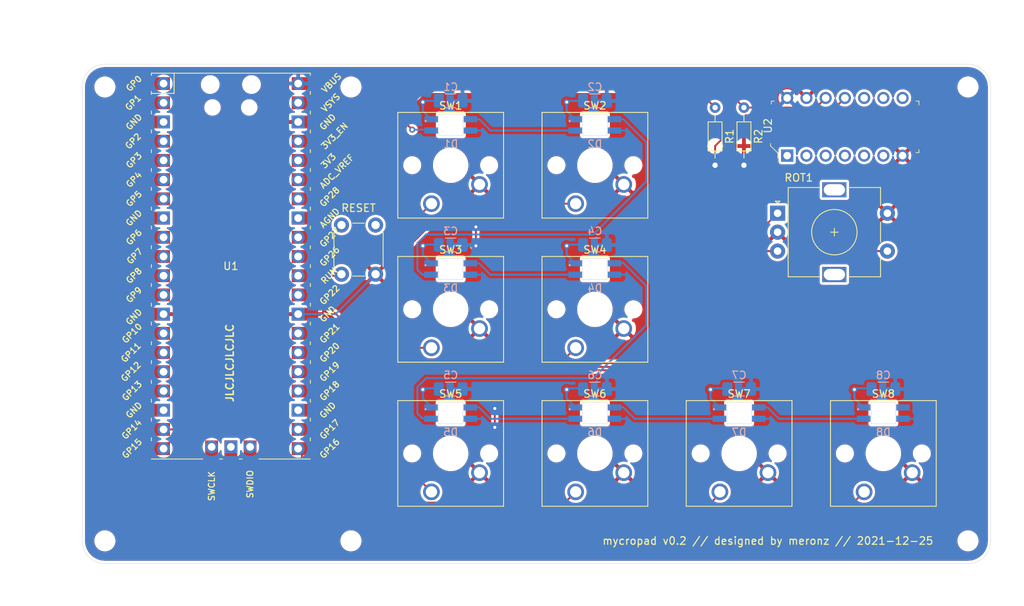
<source format=kicad_pcb>
(kicad_pcb (version 20171130) (host pcbnew 5.1.10-8.fc34)
  (title_block (title "Mycropad Board") (date 2021-11-11) (rev v0.2) (company meronz))
  (layers (0 F.Cu signal) (31 B.Cu signal) (34 B.Paste user) (35 F.Paste user) (36 B.SilkS user) (37 F.SilkS user) (38 B.Mask user) (39 F.Mask user) (44 Edge.Cuts user))
  (net 0 "")
  (net 1 "Net-(D1-Pad4)")
  (net 2 +5V)
  (net 3 NEOPIX_5v)
  (net 4 GND)
  (net 5 "Net-(U1-Pad43)")
  (net 6 "Net-(U1-Pad41)")
  (net 7 "Net-(U1-Pad39)")
  (net 8 "Net-(U1-Pad37)")
  (net 9 "Net-(U1-Pad36)")
  (net 10 "Net-(U1-Pad35)")
  (net 11 "Net-(U1-Pad33)")
  (net 12 "Net-(U1-Pad17)")
  (net 13 "Net-(U1-Pad16)")
  (net 14 "Net-(U1-Pad1)")
  (net 15 GPIO28)
  (net 16 "Net-(D1-Pad2)")
  (net 17 "Net-(D2-Pad2)")
  (net 18 "Net-(D3-Pad2)")
  (net 19 "Net-(D4-Pad2)")
  (net 20 "Net-(D5-Pad2)")
  (net 21 "Net-(D6-Pad2)")
  (net 22 "Net-(D7-Pad2)")
  (net 23 "Net-(U1-Pad42)")
  (net 24 "Net-(U1-Pad23)")
  (net 25 "Net-(U1-Pad18)")
  (net 26 "Net-(U1-Pad8)")
  (net 27 "Net-(U1-Pad3)")
  (net 28 "Net-(U1-Pad15)")
  (net 29 "Net-(U1-Pad14)")
  (net 30 "Net-(U1-Pad12)")
  (net 31 "Net-(U1-Pad11)")
  (net 32 "Net-(U1-Pad10)")
  (net 33 "Net-(U1-Pad9)")
  (net 34 "Net-(U1-Pad7)")
  (net 35 "Net-(U1-Pad6)")
  (net 36 "Net-(U1-Pad5)")
  (net 37 "Net-(U1-Pad4)")
  (net 38 "Net-(U1-Pad2)")
  (net 39 ROT_DATA)
  (net 40 ROT_CLK)
  (net 41 ROT_SW)
  (net 42 SW1)
  (net 43 SW2)
  (net 44 SW3)
  (net 45 SW4)
  (net 46 SW5)
  (net 47 SW6)
  (net 48 SW7)
  (net 49 SW8)
  (net 50 "Net-(D8-Pad2)")
  (net 51 RUN)
  (net 52 "Net-(U2-Pad10)")
  (net 53 "Net-(U2-Pad9)")
  (net 54 "Net-(U2-Pad8)")
  (net 55 "Net-(U2-Pad6)")
  (net 56 "Net-(U2-Pad5)")
  (net 57 "Net-(U2-Pad4)")
  (net 58 "Net-(U2-Pad3)")
  (net 59 "Net-(U2-Pad2)")
  (net 60 "Net-(U2-Pad1)")
  (module Resistor_THT:R_Axial_DIN0204_L3.6mm_D1.6mm_P7.62mm_Horizontal (layer F.Cu) (at 158.575 68.58 270)
    (fp_text reference R2 (at 3.81 -1.92 90) (layer F.SilkS))
    (fp_text value 10k)
    (pad 2 thru_hole oval (at 7.62 0 270) (size 1.4 1.4) (drill 0.7) (layers *.Cu *.Mask) (net 4 GND))
    (pad 1 thru_hole circle (at 0 0 270) (size 1.4 1.4) (drill 0.7) (layers *.Cu *.Mask) (net 15 GPIO28))
  )
  (module Resistor_THT:R_Axial_DIN0204_L3.6mm_D1.6mm_P7.62mm_Horizontal (layer F.Cu) (at 154.765 68.58 270)
    (fp_text reference R1 (at 3.81 -1.92 90) (layer F.SilkS))
    (fp_text value 200R)
    (pad 2 thru_hole oval (at 7.62 0 270) (size 1.4 1.4) (drill 0.7) (layers *.Cu *.Mask) (net 3 NEOPIX_5v))
    (pad 1 thru_hole circle (at 0 0 270) (size 1.4 1.4) (drill 0.7) (layers *.Cu *.Mask) (net 1 "Net-(D1-Pad4)"))
  )
  (module MountingHole:MountingHole_2.1mm (layer F.Cu) (at 106.668 125.857)
    (fp_text reference M3 hide)
    (fp_text value MountingHole_2.1mm hide)
    (pad "" np_thru_hole circle (at 0 0) (size 2.1 2.1) (drill 2.1) (layers *.Cu *.Mask))
  )
  (module MountingHole:MountingHole_2.1mm (layer F.Cu) (at 106.668 65.857)
    (fp_text reference M4 hide)
    (fp_text value MountingHole_2.1mm hide)
    (pad "" np_thru_hole circle (at 0 0) (size 2.1 2.1) (drill 2.1) (layers *.Cu *.Mask))
  )
  (module Button_Switch_THT:SW_PUSH_6mm_H4.3mm (layer F.Cu) (at 105.418 90.607 90)
    (fp_text reference SW9 hide)
    (fp_text value RESET (at 8.75 2.25 180) (layer F.SilkS))
    (pad 1 thru_hole circle (at 6.5 0 180) (size 2 2) (drill 1.1) (layers *.Cu *.Mask))
    (pad 2 thru_hole circle (at 6.5 4.5 180) (size 2 2) (drill 1.1) (layers *.Cu *.Mask))
    (pad 1 thru_hole circle (at 0 0 180) (size 2 2) (drill 1.1) (layers *.Cu *.Mask) (net 51 RUN))
    (pad 2 thru_hole circle (at 0 4.5 180) (size 2 2) (drill 1.1) (layers *.Cu *.Mask) (net 4 GND))
  )
  (module mycropad:RPi_Pico_SMD_TH (layer F.Cu) (at 90.805 89.535)
    (fp_text reference U1 (at 0 0) (layer F.SilkS))
    (fp_text value Pico)
    (fp_text user SWDIO (at 2.54 28.829 90) (layer F.SilkS) (effects (font (size 0.8 0.8))))
    (fp_text user SWCLK (at -2.537 29.083 90) (layer F.SilkS) (effects (font (size 0.8 0.8))))
    (fp_text user AGND (at 13.054 -6.35 45) (layer F.SilkS) (effects (font (size 0.8 0.8))))
    (fp_text user GND (at 12.8 -19.05 45) (layer F.SilkS) (effects (font (size 0.8 0.8))))
    (fp_text user GND (at 12.8 6.35 45) (layer F.SilkS) (effects (font (size 0.8 0.8))))
    (fp_text user GND (at 12.8 19.05 45) (layer F.SilkS) (effects (font (size 0.8 0.8))))
    (fp_text user GND (at -12.8 19.05 45) (layer F.SilkS) (effects (font (size 0.8 0.8))))
    (fp_text user GND (at -12.8 6.722 45) (layer F.SilkS) (effects (font (size 0.8 0.8))))
    (fp_text user GND (at -12.8 -6.35 45) (layer F.SilkS) (effects (font (size 0.8 0.8))))
    (fp_text user GND (at -12.8 -19.05 45) (layer F.SilkS) (effects (font (size 0.8 0.8))))
    (fp_text user VBUS (at 13.3 -24.2 45) (layer F.SilkS) (effects (font (size 0.8 0.8))))
    (fp_text user VSYS (at 13.2 -21.59 45) (layer F.SilkS) (effects (font (size 0.8 0.8))))
    (fp_text user 3V3_EN (at 13.7 -17.2 45) (layer F.SilkS) (effects (font (size 0.8 0.8))))
    (fp_text user 3V3 (at 12.9 -13.9 45) (layer F.SilkS) (effects (font (size 0.8 0.8))))
    (fp_text user ADC_VREF (at 14 -12.5 45) (layer F.SilkS) (effects (font (size 0.8 0.8))))
    (fp_text user GP28 (at 13.054 -9.144 45) (layer F.SilkS) (effects (font (size 0.8 0.8))))
    (fp_text user GP27 (at 13.054 -3.8 45) (layer F.SilkS) (effects (font (size 0.8 0.8))))
    (fp_text user GP26 (at 13.054 -1.27 45) (layer F.SilkS) (effects (font (size 0.8 0.8))))
    (fp_text user RUN (at 13 1.27 45) (layer F.SilkS) (effects (font (size 0.8 0.8))))
    (fp_text user GP22 (at 13.054 3.81 45) (layer F.SilkS) (effects (font (size 0.8 0.8))))
    (fp_text user GP21 (at 13.054 8.9 45) (layer F.SilkS) (effects (font (size 0.8 0.8))))
    (fp_text user GP20 (at 13.054 11.43 45) (layer F.SilkS) (effects (font (size 0.8 0.8))))
    (fp_text user GP19 (at 13.054 13.97 45) (layer F.SilkS) (effects (font (size 0.8 0.8))))
    (fp_text user GP18 (at 13.054 16.51 45) (layer F.SilkS) (effects (font (size 0.8 0.8))))
    (fp_text user GP17 (at 13.054 21.59 45) (layer F.SilkS) (effects (font (size 0.8 0.8))))
    (fp_text user GP16 (at 13.054 24.13 45) (layer F.SilkS) (effects (font (size 0.8 0.8))))
    (fp_text user GP15 (at -13.054 24.13 45) (layer F.SilkS) (effects (font (size 0.8 0.8))))
    (fp_text user GP14 (at -13.1 21.59 45) (layer F.SilkS) (effects (font (size 0.8 0.8))))
    (fp_text user GP13 (at -13.054 16.51 45) (layer F.SilkS) (effects (font (size 0.8 0.8))))
    (fp_text user GP12 (at -13.2 13.97 45) (layer F.SilkS) (effects (font (size 0.8 0.8))))
    (fp_text user GP11 (at -13.2 11.43 45) (layer F.SilkS) (effects (font (size 0.8 0.8))))
    (fp_text user GP10 (at -13.054 8.89 45) (layer F.SilkS) (effects (font (size 0.8 0.8))))
    (fp_text user GP9 (at -12.8 3.81 45) (layer F.SilkS) (effects (font (size 0.8 0.8))))
    (fp_text user GP8 (at -12.8 1.27 45) (layer F.SilkS) (effects (font (size 0.8 0.8))))
    (fp_text user GP7 (at -12.7 -1.3 45) (layer F.SilkS) (effects (font (size 0.8 0.8))))
    (fp_text user GP6 (at -12.8 -3.81 45) (layer F.SilkS) (effects (font (size 0.8 0.8))))
    (fp_text user GP5 (at -12.8 -8.89 45) (layer F.SilkS) (effects (font (size 0.8 0.8))))
    (fp_text user GP4 (at -12.8 -11.43 45) (layer F.SilkS) (effects (font (size 0.8 0.8))))
    (fp_text user GP3 (at -12.8 -13.97 45) (layer F.SilkS) (effects (font (size 0.8 0.8))))
    (fp_text user GP0 (at -12.8 -24.13 45) (layer F.SilkS) (effects (font (size 0.8 0.8))))
    (fp_text user GP2 (at -12.9 -16.51 45) (layer F.SilkS) (effects (font (size 0.8 0.8))))
    (fp_text user GP1 (at -12.9 -21.6 45) (layer F.SilkS) (effects (font (size 0.8 0.8))))
    (pad 43 thru_hole oval (at 2.54 23.9) (size 1.7 1.7) (drill 1.02) (layers *.Cu *.Mask) (net 5 "Net-(U1-Pad43)"))
    (pad 43 smd rect (at 2.54 23.9 90) (size 3.5 1.7) (drill (offset -0.9 0)) (layers F.Cu F.Mask) (net 5 "Net-(U1-Pad43)"))
    (pad 42 thru_hole rect (at 0 23.9) (size 1.7 1.7) (drill 1.02) (layers *.Cu *.Mask) (net 23 "Net-(U1-Pad42)"))
    (pad 42 smd rect (at 0 23.9 90) (size 3.5 1.7) (drill (offset -0.9 0)) (layers F.Cu F.Mask) (net 23 "Net-(U1-Pad42)"))
    (pad 41 thru_hole oval (at -2.54 23.9) (size 1.7 1.7) (drill 1.02) (layers *.Cu *.Mask) (net 6 "Net-(U1-Pad41)"))
    (pad 41 smd rect (at -2.54 23.9 90) (size 3.5 1.7) (drill (offset -0.9 0)) (layers F.Cu F.Mask) (net 6 "Net-(U1-Pad41)"))
    (pad "" np_thru_hole oval (at 2.425 -20.97) (size 1.5 1.5) (drill 1.5) (layers *.Cu *.Mask))
    (pad "" np_thru_hole oval (at -2.425 -20.97) (size 1.5 1.5) (drill 1.5) (layers *.Cu *.Mask))
    (pad "" np_thru_hole oval (at 2.725 -24) (size 1.8 1.8) (drill 1.8) (layers *.Cu *.Mask))
    (pad "" np_thru_hole oval (at -2.725 -24) (size 1.8 1.8) (drill 1.8) (layers *.Cu *.Mask))
    (pad 21 smd rect (at 8.89 24.13) (size 3.5 1.7) (drill (offset 0.9 0)) (layers F.Cu F.Mask) (net 47 SW6))
    (pad 22 smd rect (at 8.89 21.59) (size 3.5 1.7) (drill (offset 0.9 0)) (layers F.Cu F.Mask) (net 46 SW5))
    (pad 23 smd rect (at 8.89 19.05) (size 3.5 1.7) (drill (offset 0.9 0)) (layers F.Cu F.Mask) (net 24 "Net-(U1-Pad23)"))
    (pad 24 smd rect (at 8.89 16.51) (size 3.5 1.7) (drill (offset 0.9 0)) (layers F.Cu F.Mask) (net 41 ROT_SW))
    (pad 25 smd rect (at 8.89 13.97) (size 3.5 1.7) (drill (offset 0.9 0)) (layers F.Cu F.Mask) (net 40 ROT_CLK))
    (pad 26 smd rect (at 8.89 11.43) (size 3.5 1.7) (drill (offset 0.9 0)) (layers F.Cu F.Mask) (net 39 ROT_DATA))
    (pad 27 smd rect (at 8.89 8.89) (size 3.5 1.7) (drill (offset 0.9 0)) (layers F.Cu F.Mask) (net 45 SW4))
    (pad 28 smd rect (at 8.89 6.35) (size 3.5 1.7) (drill (offset 0.9 0)) (layers F.Cu F.Mask) (net 4 GND))
    (pad 29 smd rect (at 8.89 3.81) (size 3.5 1.7) (drill (offset 0.9 0)) (layers F.Cu F.Mask) (net 44 SW3))
    (pad 30 smd rect (at 8.89 1.27) (size 3.5 1.7) (drill (offset 0.9 0)) (layers F.Cu F.Mask) (net 51 RUN))
    (pad 31 smd rect (at 8.89 -1.27) (size 3.5 1.7) (drill (offset 0.9 0)) (layers F.Cu F.Mask) (net 43 SW2))
    (pad 32 smd rect (at 8.89 -3.81) (size 3.5 1.7) (drill (offset 0.9 0)) (layers F.Cu F.Mask) (net 42 SW1))
    (pad 33 smd rect (at 8.89 -6.35) (size 3.5 1.7) (drill (offset 0.9 0)) (layers F.Cu F.Mask) (net 11 "Net-(U1-Pad33)"))
    (pad 34 smd rect (at 8.89 -8.89) (size 3.5 1.7) (drill (offset 0.9 0)) (layers F.Cu F.Mask) (net 15 GPIO28))
    (pad 35 smd rect (at 8.89 -11.43) (size 3.5 1.7) (drill (offset 0.9 0)) (layers F.Cu F.Mask) (net 10 "Net-(U1-Pad35)"))
    (pad 36 smd rect (at 8.89 -13.97) (size 3.5 1.7) (drill (offset 0.9 0)) (layers F.Cu F.Mask) (net 9 "Net-(U1-Pad36)"))
    (pad 37 smd rect (at 8.89 -16.51) (size 3.5 1.7) (drill (offset 0.9 0)) (layers F.Cu F.Mask) (net 8 "Net-(U1-Pad37)"))
    (pad 38 smd rect (at 8.89 -19.05) (size 3.5 1.7) (drill (offset 0.9 0)) (layers F.Cu F.Mask) (net 4 GND))
    (pad 39 smd rect (at 8.89 -21.59) (size 3.5 1.7) (drill (offset 0.9 0)) (layers F.Cu F.Mask) (net 7 "Net-(U1-Pad39)"))
    (pad 40 smd rect (at 8.89 -24.13) (size 3.5 1.7) (drill (offset 0.9 0)) (layers F.Cu F.Mask) (net 2 +5V))
    (pad 20 smd rect (at -8.89 24.13) (size 3.5 1.7) (drill (offset -0.9 0)) (layers F.Cu F.Mask) (net 49 SW8))
    (pad 19 smd rect (at -8.89 21.59) (size 3.5 1.7) (drill (offset -0.9 0)) (layers F.Cu F.Mask) (net 48 SW7))
    (pad 18 smd rect (at -8.89 19.05) (size 3.5 1.7) (drill (offset -0.9 0)) (layers F.Cu F.Mask) (net 25 "Net-(U1-Pad18)"))
    (pad 17 smd rect (at -8.89 16.51) (size 3.5 1.7) (drill (offset -0.9 0)) (layers F.Cu F.Mask) (net 12 "Net-(U1-Pad17)"))
    (pad 16 smd rect (at -8.89 13.97) (size 3.5 1.7) (drill (offset -0.9 0)) (layers F.Cu F.Mask) (net 13 "Net-(U1-Pad16)"))
    (pad 15 smd rect (at -8.89 11.43) (size 3.5 1.7) (drill (offset -0.9 0)) (layers F.Cu F.Mask) (net 28 "Net-(U1-Pad15)"))
    (pad 14 smd rect (at -8.89 8.89) (size 3.5 1.7) (drill (offset -0.9 0)) (layers F.Cu F.Mask) (net 29 "Net-(U1-Pad14)"))
    (pad 13 smd rect (at -8.89 6.35) (size 3.5 1.7) (drill (offset -0.9 0)) (layers F.Cu F.Mask) (net 4 GND))
    (pad 12 smd rect (at -8.89 3.81) (size 3.5 1.7) (drill (offset -0.9 0)) (layers F.Cu F.Mask) (net 30 "Net-(U1-Pad12)"))
    (pad 11 smd rect (at -8.89 1.27) (size 3.5 1.7) (drill (offset -0.9 0)) (layers F.Cu F.Mask) (net 31 "Net-(U1-Pad11)"))
    (pad 10 smd rect (at -8.89 -1.27) (size 3.5 1.7) (drill (offset -0.9 0)) (layers F.Cu F.Mask) (net 32 "Net-(U1-Pad10)"))
    (pad 9 smd rect (at -8.89 -3.81) (size 3.5 1.7) (drill (offset -0.9 0)) (layers F.Cu F.Mask) (net 33 "Net-(U1-Pad9)"))
    (pad 8 smd rect (at -8.89 -6.35) (size 3.5 1.7) (drill (offset -0.9 0)) (layers F.Cu F.Mask) (net 26 "Net-(U1-Pad8)"))
    (pad 7 smd rect (at -8.89 -8.89) (size 3.5 1.7) (drill (offset -0.9 0)) (layers F.Cu F.Mask) (net 34 "Net-(U1-Pad7)"))
    (pad 6 smd rect (at -8.89 -11.43) (size 3.5 1.7) (drill (offset -0.9 0)) (layers F.Cu F.Mask) (net 35 "Net-(U1-Pad6)"))
    (pad 5 smd rect (at -8.89 -13.97) (size 3.5 1.7) (drill (offset -0.9 0)) (layers F.Cu F.Mask) (net 36 "Net-(U1-Pad5)"))
    (pad 4 smd rect (at -8.89 -16.51) (size 3.5 1.7) (drill (offset -0.9 0)) (layers F.Cu F.Mask) (net 37 "Net-(U1-Pad4)"))
    (pad 3 smd rect (at -8.89 -19.05) (size 3.5 1.7) (drill (offset -0.9 0)) (layers F.Cu F.Mask) (net 27 "Net-(U1-Pad3)"))
    (pad 2 smd rect (at -8.89 -21.59) (size 3.5 1.7) (drill (offset -0.9 0)) (layers F.Cu F.Mask) (net 38 "Net-(U1-Pad2)"))
    (pad 1 smd rect (at -8.89 -24.13) (size 3.5 1.7) (drill (offset -0.9 0)) (layers F.Cu F.Mask) (net 14 "Net-(U1-Pad1)"))
    (pad 40 thru_hole oval (at 8.89 -24.13) (size 1.7 1.7) (drill 1.02) (layers *.Cu *.Mask) (net 2 +5V))
    (pad 39 thru_hole oval (at 8.89 -21.59) (size 1.7 1.7) (drill 1.02) (layers *.Cu *.Mask) (net 7 "Net-(U1-Pad39)"))
    (pad 38 thru_hole rect (at 8.89 -19.05) (size 1.7 1.7) (drill 1.02) (layers *.Cu *.Mask) (net 4 GND))
    (pad 37 thru_hole oval (at 8.89 -16.51) (size 1.7 1.7) (drill 1.02) (layers *.Cu *.Mask) (net 8 "Net-(U1-Pad37)"))
    (pad 36 thru_hole oval (at 8.89 -13.97) (size 1.7 1.7) (drill 1.02) (layers *.Cu *.Mask) (net 9 "Net-(U1-Pad36)"))
    (pad 35 thru_hole oval (at 8.89 -11.43) (size 1.7 1.7) (drill 1.02) (layers *.Cu *.Mask) (net 10 "Net-(U1-Pad35)"))
    (pad 34 thru_hole oval (at 8.89 -8.89) (size 1.7 1.7) (drill 1.02) (layers *.Cu *.Mask) (net 15 GPIO28))
    (pad 33 thru_hole rect (at 8.89 -6.35) (size 1.7 1.7) (drill 1.02) (layers *.Cu *.Mask) (net 11 "Net-(U1-Pad33)"))
    (pad 32 thru_hole oval (at 8.89 -3.81) (size 1.7 1.7) (drill 1.02) (layers *.Cu *.Mask) (net 42 SW1))
    (pad 31 thru_hole oval (at 8.89 -1.27) (size 1.7 1.7) (drill 1.02) (layers *.Cu *.Mask) (net 43 SW2))
    (pad 30 thru_hole oval (at 8.89 1.27) (size 1.7 1.7) (drill 1.02) (layers *.Cu *.Mask) (net 51 RUN))
    (pad 29 thru_hole oval (at 8.89 3.81) (size 1.7 1.7) (drill 1.02) (layers *.Cu *.Mask) (net 44 SW3))
    (pad 28 thru_hole rect (at 8.89 6.35) (size 1.7 1.7) (drill 1.02) (layers *.Cu *.Mask) (net 4 GND))
    (pad 27 thru_hole oval (at 8.89 8.89) (size 1.7 1.7) (drill 1.02) (layers *.Cu *.Mask) (net 45 SW4))
    (pad 26 thru_hole oval (at 8.89 11.43) (size 1.7 1.7) (drill 1.02) (layers *.Cu *.Mask) (net 39 ROT_DATA))
    (pad 25 thru_hole oval (at 8.89 13.97) (size 1.7 1.7) (drill 1.02) (layers *.Cu *.Mask) (net 40 ROT_CLK))
    (pad 24 thru_hole oval (at 8.89 16.51) (size 1.7 1.7) (drill 1.02) (layers *.Cu *.Mask) (net 41 ROT_SW))
    (pad 23 thru_hole rect (at 8.89 19.05) (size 1.7 1.7) (drill 1.02) (layers *.Cu *.Mask) (net 24 "Net-(U1-Pad23)"))
    (pad 22 thru_hole oval (at 8.89 21.59) (size 1.7 1.7) (drill 1.02) (layers *.Cu *.Mask) (net 46 SW5))
    (pad 21 thru_hole oval (at 8.89 24.13) (size 1.7 1.7) (drill 1.02) (layers *.Cu *.Mask) (net 47 SW6))
    (pad 20 thru_hole oval (at -8.89 24.13) (size 1.7 1.7) (drill 1.02) (layers *.Cu *.Mask) (net 49 SW8))
    (pad 19 thru_hole oval (at -8.89 21.59) (size 1.7 1.7) (drill 1.02) (layers *.Cu *.Mask) (net 48 SW7))
    (pad 18 thru_hole rect (at -8.89 19.05) (size 1.7 1.7) (drill 1.02) (layers *.Cu *.Mask) (net 25 "Net-(U1-Pad18)"))
    (pad 17 thru_hole oval (at -8.89 16.51) (size 1.7 1.7) (drill 1.02) (layers *.Cu *.Mask) (net 12 "Net-(U1-Pad17)"))
    (pad 16 thru_hole oval (at -8.89 13.97) (size 1.7 1.7) (drill 1.02) (layers *.Cu *.Mask) (net 13 "Net-(U1-Pad16)"))
    (pad 15 thru_hole oval (at -8.89 11.43) (size 1.7 1.7) (drill 1.02) (layers *.Cu *.Mask) (net 28 "Net-(U1-Pad15)"))
    (pad 14 thru_hole oval (at -8.89 8.89) (size 1.7 1.7) (drill 1.02) (layers *.Cu *.Mask) (net 29 "Net-(U1-Pad14)"))
    (pad 13 thru_hole rect (at -8.89 6.35) (size 1.7 1.7) (drill 1.02) (layers *.Cu *.Mask) (net 4 GND))
    (pad 12 thru_hole oval (at -8.89 3.81) (size 1.7 1.7) (drill 1.02) (layers *.Cu *.Mask) (net 30 "Net-(U1-Pad12)"))
    (pad 11 thru_hole oval (at -8.89 1.27) (size 1.7 1.7) (drill 1.02) (layers *.Cu *.Mask) (net 31 "Net-(U1-Pad11)"))
    (pad 10 thru_hole oval (at -8.89 -1.27) (size 1.7 1.7) (drill 1.02) (layers *.Cu *.Mask) (net 32 "Net-(U1-Pad10)"))
    (pad 9 thru_hole oval (at -8.89 -3.81) (size 1.7 1.7) (drill 1.02) (layers *.Cu *.Mask) (net 33 "Net-(U1-Pad9)"))
    (pad 8 thru_hole rect (at -8.89 -6.35) (size 1.7 1.7) (drill 1.02) (layers *.Cu *.Mask) (net 26 "Net-(U1-Pad8)"))
    (pad 7 thru_hole oval (at -8.89 -8.89) (size 1.7 1.7) (drill 1.02) (layers *.Cu *.Mask) (net 34 "Net-(U1-Pad7)"))
    (pad 6 thru_hole oval (at -8.89 -11.43) (size 1.7 1.7) (drill 1.02) (layers *.Cu *.Mask) (net 35 "Net-(U1-Pad6)"))
    (pad 5 thru_hole oval (at -8.89 -13.97) (size 1.7 1.7) (drill 1.02) (layers *.Cu *.Mask) (net 36 "Net-(U1-Pad5)"))
    (pad 4 thru_hole oval (at -8.89 -16.51) (size 1.7 1.7) (drill 1.02) (layers *.Cu *.Mask) (net 37 "Net-(U1-Pad4)"))
    (pad 3 thru_hole rect (at -8.89 -19.05) (size 1.7 1.7) (drill 1.02) (layers *.Cu *.Mask) (net 27 "Net-(U1-Pad3)"))
    (pad 2 thru_hole oval (at -8.89 -21.59) (size 1.7 1.7) (drill 1.02) (layers *.Cu *.Mask) (net 38 "Net-(U1-Pad2)"))
    (pad 1 thru_hole oval (at -8.89 -24.13) (size 1.7 1.7) (drill 1.02) (layers *.Cu *.Mask) (net 14 "Net-(U1-Pad1)"))
  )
  (module MountingHole:MountingHole_2.1mm (layer F.Cu) (at 188.168 65.857)
    (fp_text reference M6 hide)
    (fp_text value MountingHole_2.1mm hide)
    (pad "" np_thru_hole circle (at 0 0) (size 2.1 2.1) (drill 2.1) (layers *.Cu *.Mask))
  )
  (module mycropad:LED_SK6812MINI-E_REV02_PLCC4_3.5x3.5mm_P1.75mm___V2 (layer B.Cu) (at 176.99 108.966)
    (fp_text reference D8 (at 0 2.54) (layer B.SilkS) (effects (justify mirror)))
    (fp_text value SK6812MINI-E)
    (fp_text user . (at -3.3274 -0.9144) (layer B.SilkS) (effects (justify mirror)))
    (pad 3 smd rect (at -2.6 -0.75) (size 1.8 0.82) (layers B.Cu B.Paste B.Mask) (net 4 GND))
    (pad 4 smd rect (at -2.6 0.75) (size 1.8 0.82) (layers B.Cu B.Paste B.Mask) (net 22 "Net-(D7-Pad2)"))
    (pad 2 smd rect (at 2.6 -0.75) (size 1.8 0.82) (layers B.Cu B.Paste B.Mask) (net 50 "Net-(D8-Pad2)"))
    (pad 1 smd rect (at 2.6 0.75) (size 1.8 0.82) (layers B.Cu B.Paste B.Mask) (net 2 +5V))
  )
  (module mycropad:LED_SK6812MINI-E_REV02_PLCC4_3.5x3.5mm_P1.75mm___V2 (layer B.Cu) (at 157.94 108.966)
    (fp_text reference D7 (at 0 2.54) (layer B.SilkS) (effects (justify mirror)))
    (fp_text value SK6812MINI-E)
    (fp_text user . (at -3.3274 -0.9144) (layer B.SilkS) (effects (justify mirror)))
    (pad 3 smd rect (at -2.6 -0.75) (size 1.8 0.82) (layers B.Cu B.Paste B.Mask) (net 4 GND))
    (pad 4 smd rect (at -2.6 0.75) (size 1.8 0.82) (layers B.Cu B.Paste B.Mask) (net 21 "Net-(D6-Pad2)"))
    (pad 2 smd rect (at 2.6 -0.75) (size 1.8 0.82) (layers B.Cu B.Paste B.Mask) (net 22 "Net-(D7-Pad2)"))
    (pad 1 smd rect (at 2.6 0.75) (size 1.8 0.82) (layers B.Cu B.Paste B.Mask) (net 2 +5V))
  )
  (module mycropad:LED_SK6812MINI-E_REV02_PLCC4_3.5x3.5mm_P1.75mm___V2 (layer B.Cu) (at 138.89 108.966)
    (fp_text reference D6 (at 0 2.54) (layer B.SilkS) (effects (justify mirror)))
    (fp_text value SK6812MINI-E)
    (fp_text user . (at -3.3274 -0.9144) (layer B.SilkS) (effects (justify mirror)))
    (pad 3 smd rect (at -2.6 -0.75) (size 1.8 0.82) (layers B.Cu B.Paste B.Mask) (net 4 GND))
    (pad 4 smd rect (at -2.6 0.75) (size 1.8 0.82) (layers B.Cu B.Paste B.Mask) (net 20 "Net-(D5-Pad2)"))
    (pad 2 smd rect (at 2.6 -0.75) (size 1.8 0.82) (layers B.Cu B.Paste B.Mask) (net 21 "Net-(D6-Pad2)"))
    (pad 1 smd rect (at 2.6 0.75) (size 1.8 0.82) (layers B.Cu B.Paste B.Mask) (net 2 +5V))
  )
  (module mycropad:LED_SK6812MINI-E_REV02_PLCC4_3.5x3.5mm_P1.75mm___V2 (layer B.Cu) (at 119.84 108.966)
    (fp_text reference D5 (at 0 2.54) (layer B.SilkS) (effects (justify mirror)))
    (fp_text value SK6812MINI-E)
    (fp_text user . (at -3.3274 -0.9144) (layer B.SilkS) (effects (justify mirror)))
    (pad 3 smd rect (at -2.6 -0.75) (size 1.8 0.82) (layers B.Cu B.Paste B.Mask) (net 4 GND))
    (pad 4 smd rect (at -2.6 0.75) (size 1.8 0.82) (layers B.Cu B.Paste B.Mask) (net 19 "Net-(D4-Pad2)"))
    (pad 2 smd rect (at 2.6 -0.75) (size 1.8 0.82) (layers B.Cu B.Paste B.Mask) (net 20 "Net-(D5-Pad2)"))
    (pad 1 smd rect (at 2.6 0.75) (size 1.8 0.82) (layers B.Cu B.Paste B.Mask) (net 2 +5V))
  )
  (module mycropad:LED_SK6812MINI-E_REV02_PLCC4_3.5x3.5mm_P1.75mm___V2 (layer B.Cu) (at 138.89 89.916)
    (fp_text reference D4 (at 0 2.54) (layer B.SilkS) (effects (justify mirror)))
    (fp_text value SK6812MINI-E)
    (fp_text user . (at -3.3274 -0.9144) (layer B.SilkS) (effects (justify mirror)))
    (pad 3 smd rect (at -2.6 -0.75) (size 1.8 0.82) (layers B.Cu B.Paste B.Mask) (net 4 GND))
    (pad 4 smd rect (at -2.6 0.75) (size 1.8 0.82) (layers B.Cu B.Paste B.Mask) (net 18 "Net-(D3-Pad2)"))
    (pad 2 smd rect (at 2.6 -0.75) (size 1.8 0.82) (layers B.Cu B.Paste B.Mask) (net 19 "Net-(D4-Pad2)"))
    (pad 1 smd rect (at 2.6 0.75) (size 1.8 0.82) (layers B.Cu B.Paste B.Mask) (net 2 +5V))
  )
  (module mycropad:LED_SK6812MINI-E_REV02_PLCC4_3.5x3.5mm_P1.75mm___V2 (layer B.Cu) (at 119.84 89.916)
    (fp_text reference D3 (at 0 2.54) (layer B.SilkS) (effects (justify mirror)))
    (fp_text value SK6812MINI-E)
    (fp_text user . (at -3.3274 -0.9144) (layer B.SilkS) (effects (justify mirror)))
    (pad 3 smd rect (at -2.6 -0.75) (size 1.8 0.82) (layers B.Cu B.Paste B.Mask) (net 4 GND))
    (pad 4 smd rect (at -2.6 0.75) (size 1.8 0.82) (layers B.Cu B.Paste B.Mask) (net 17 "Net-(D2-Pad2)"))
    (pad 2 smd rect (at 2.6 -0.75) (size 1.8 0.82) (layers B.Cu B.Paste B.Mask) (net 18 "Net-(D3-Pad2)"))
    (pad 1 smd rect (at 2.6 0.75) (size 1.8 0.82) (layers B.Cu B.Paste B.Mask) (net 2 +5V))
  )
  (module mycropad:LED_SK6812MINI-E_REV02_PLCC4_3.5x3.5mm_P1.75mm___V2 (layer B.Cu) (at 138.89 70.866)
    (fp_text reference D2 (at 0 2.54) (layer B.SilkS) (effects (justify mirror)))
    (fp_text value SK6812MINI-E)
    (fp_text user . (at -3.3274 -0.9144) (layer B.SilkS) (effects (justify mirror)))
    (pad 3 smd rect (at -2.6 -0.75) (size 1.8 0.82) (layers B.Cu B.Paste B.Mask) (net 4 GND))
    (pad 4 smd rect (at -2.6 0.75) (size 1.8 0.82) (layers B.Cu B.Paste B.Mask) (net 16 "Net-(D1-Pad2)"))
    (pad 2 smd rect (at 2.6 -0.75) (size 1.8 0.82) (layers B.Cu B.Paste B.Mask) (net 17 "Net-(D2-Pad2)"))
    (pad 1 smd rect (at 2.6 0.75) (size 1.8 0.82) (layers B.Cu B.Paste B.Mask) (net 2 +5V))
  )
  (module mycropad:LED_SK6812MINI-E_REV02_PLCC4_3.5x3.5mm_P1.75mm___V2 (layer B.Cu) (at 119.862201 70.866)
    (fp_text reference D1 (at 0 2.54) (layer B.SilkS) (effects (justify mirror)))
    (fp_text value SK6812MINI-E)
    (fp_text user . (at -3.3274 -0.9144) (layer B.SilkS) (effects (justify mirror)))
    (pad 3 smd rect (at -2.6 -0.75) (size 1.8 0.82) (layers B.Cu B.Paste B.Mask) (net 4 GND))
    (pad 4 smd rect (at -2.6 0.75) (size 1.8 0.82) (layers B.Cu B.Paste B.Mask) (net 1 "Net-(D1-Pad4)"))
    (pad 2 smd rect (at 2.6 -0.75) (size 1.8 0.82) (layers B.Cu B.Paste B.Mask) (net 16 "Net-(D1-Pad2)"))
    (pad 1 smd rect (at 2.6 0.75) (size 1.8 0.82) (layers B.Cu B.Paste B.Mask) (net 2 +5V))
  )
  (module MountingHole:MountingHole_2.1mm (layer F.Cu) (at 74.168 65.857)
    (fp_text reference M2 hide)
    (fp_text value MountingHole_2.1mm hide)
    (pad "" np_thru_hole circle (at 0 0) (size 2.1 2.1) (drill 2.1) (layers *.Cu *.Mask))
  )
  (module MountingHole:MountingHole_2.1mm (layer F.Cu) (at 74.168 125.857)
    (fp_text reference M1 hide)
    (fp_text value MountingHole_2.1mm hide)
    (pad "" np_thru_hole circle (at 0 0) (size 2.1 2.1) (drill 2.1) (layers *.Cu *.Mask))
  )
  (module MountingHole:MountingHole_2.1mm (layer F.Cu) (at 188.168 125.857)
    (fp_text reference M5 hide)
    (fp_text value MountingHole_2.1mm hide)
    (pad "" np_thru_hole circle (at 0 0) (size 2.1 2.1) (drill 2.1) (layers *.Cu *.Mask))
  )
  (module digikey-footprints:DIP-14_W3mm (layer F.Cu) (at 164.29 74.93 90)
    (fp_text reference U2 (at 3.94 -2.54 90) (layer F.SilkS))
    (fp_text value SN74AHCT125N)
    (pad 14 thru_hole circle (at 7.62 0 90) (size 1.6 1.6) (drill 1) (layers *.Cu *.Mask) (net 2 +5V))
    (pad 13 thru_hole circle (at 7.62 2.54 90) (size 1.6 1.6) (drill 1) (layers *.Cu *.Mask) (net 4 GND))
    (pad 12 thru_hole circle (at 7.62 5.08 90) (size 1.6 1.6) (drill 1) (layers *.Cu *.Mask) (net 15 GPIO28))
    (pad 11 thru_hole circle (at 7.62 7.62 90) (size 1.6 1.6) (drill 1) (layers *.Cu *.Mask) (net 3 NEOPIX_5v))
    (pad 10 thru_hole circle (at 7.62 10.16 90) (size 1.6 1.6) (drill 1) (layers *.Cu *.Mask) (net 52 "Net-(U2-Pad10)"))
    (pad 9 thru_hole circle (at 7.62 12.7 90) (size 1.6 1.6) (drill 1) (layers *.Cu *.Mask) (net 53 "Net-(U2-Pad9)"))
    (pad 8 thru_hole circle (at 7.62 15.24 90) (size 1.6 1.6) (drill 1) (layers *.Cu *.Mask) (net 54 "Net-(U2-Pad8)"))
    (pad 7 thru_hole circle (at 0 15.24 90) (size 1.6 1.6) (drill 1) (layers *.Cu *.Mask) (net 4 GND))
    (pad 6 thru_hole circle (at 0 12.7 90) (size 1.6 1.6) (drill 1) (layers *.Cu *.Mask) (net 55 "Net-(U2-Pad6)"))
    (pad 5 thru_hole circle (at 0 10.16 90) (size 1.6 1.6) (drill 1) (layers *.Cu *.Mask) (net 56 "Net-(U2-Pad5)"))
    (pad 4 thru_hole circle (at 0 7.62 90) (size 1.6 1.6) (drill 1) (layers *.Cu *.Mask) (net 57 "Net-(U2-Pad4)"))
    (pad 3 thru_hole circle (at 0 5.08 90) (size 1.6 1.6) (drill 1) (layers *.Cu *.Mask) (net 58 "Net-(U2-Pad3)"))
    (pad 2 thru_hole circle (at 0 2.54 90) (size 1.6 1.6) (drill 1) (layers *.Cu *.Mask) (net 59 "Net-(U2-Pad2)"))
    (pad 1 thru_hole rect (at 0 0 90) (size 1.6 1.6) (drill 1) (layers *.Cu *.Mask) (net 60 "Net-(U2-Pad1)"))
  )
  (module mycropad:SW_Cherry_MX_1.00u_PCB__Rotated (layer F.Cu) (at 122.38 90.17)
    (fp_text reference SW3 (at -2.54 -2.794) (layer F.SilkS))
    (fp_text value SW_Push)
    (pad 1 thru_hole circle (at -5.08 10.16 180) (size 2.2 2.2) (drill 1.5) (layers *.Cu *.Mask) (net 44 SW3))
    (pad 2 thru_hole circle (at 1.27 7.62 180) (size 2.2 2.2) (drill 1.5) (layers *.Cu *.Mask) (net 4 GND))
    (pad "" np_thru_hole circle (at -2.54 5.08 180) (size 4 4) (drill 4) (layers *.Cu *.Mask))
    (pad "" np_thru_hole circle (at 2.54 5.08 180) (size 1.7 1.7) (drill 1.7) (layers *.Cu *.Mask))
    (pad "" np_thru_hole circle (at -7.62 5.08 180) (size 1.7 1.7) (drill 1.7) (layers *.Cu *.Mask))
  )
  (module Capacitor_SMD:C_1206_3216Metric_Pad1.33x1.80mm_HandSolder (layer B.Cu) (at 176.99 105.791)
    (fp_text reference C8 (at 0 -1.833) (layer B.SilkS) (effects (justify mirror)))
    (fp_text value 10uF)
    (pad 2 smd roundrect (at 1.5625 0) (size 1.325 1.8) (layers B.Cu B.Paste B.Mask) (roundrect_rratio 0.1886777358490566) (net 2 +5V))
    (pad 1 smd roundrect (at -1.5625 0) (size 1.325 1.8) (layers B.Cu B.Paste B.Mask) (roundrect_rratio 0.1886777358490566) (net 4 GND))
  )
  (module Capacitor_SMD:C_1206_3216Metric_Pad1.33x1.80mm_HandSolder (layer B.Cu) (at 157.94 105.791)
    (fp_text reference C7 (at 0 -1.833) (layer B.SilkS) (effects (justify mirror)))
    (fp_text value 10uF)
    (pad 2 smd roundrect (at 1.5625 0) (size 1.325 1.8) (layers B.Cu B.Paste B.Mask) (roundrect_rratio 0.1886777358490566) (net 2 +5V))
    (pad 1 smd roundrect (at -1.5625 0) (size 1.325 1.8) (layers B.Cu B.Paste B.Mask) (roundrect_rratio 0.1886777358490566) (net 4 GND))
  )
  (module Capacitor_SMD:C_1206_3216Metric_Pad1.33x1.80mm_HandSolder (layer B.Cu) (at 138.89 105.791)
    (fp_text reference C6 (at 0 -1.833) (layer B.SilkS) (effects (justify mirror)))
    (fp_text value 10uF)
    (pad 2 smd roundrect (at 1.5625 0) (size 1.325 1.8) (layers B.Cu B.Paste B.Mask) (roundrect_rratio 0.1886777358490566) (net 2 +5V))
    (pad 1 smd roundrect (at -1.5625 0) (size 1.325 1.8) (layers B.Cu B.Paste B.Mask) (roundrect_rratio 0.1886777358490566) (net 4 GND))
  )
  (module Capacitor_SMD:C_1206_3216Metric_Pad1.33x1.80mm_HandSolder (layer B.Cu) (at 119.84 105.791)
    (fp_text reference C5 (at 0 -1.833) (layer B.SilkS) (effects (justify mirror)))
    (fp_text value 10uF)
    (pad 2 smd roundrect (at 1.5625 0) (size 1.325 1.8) (layers B.Cu B.Paste B.Mask) (roundrect_rratio 0.1886777358490566) (net 2 +5V))
    (pad 1 smd roundrect (at -1.5625 0) (size 1.325 1.8) (layers B.Cu B.Paste B.Mask) (roundrect_rratio 0.1886777358490566) (net 4 GND))
  )
  (module Capacitor_SMD:C_1206_3216Metric_Pad1.33x1.80mm_HandSolder (layer B.Cu) (at 138.89 86.741)
    (fp_text reference C4 (at 0 -1.833) (layer B.SilkS) (effects (justify mirror)))
    (fp_text value 10uF)
    (pad 2 smd roundrect (at 1.5625 0) (size 1.325 1.8) (layers B.Cu B.Paste B.Mask) (roundrect_rratio 0.1886777358490566) (net 2 +5V))
    (pad 1 smd roundrect (at -1.5625 0) (size 1.325 1.8) (layers B.Cu B.Paste B.Mask) (roundrect_rratio 0.1886777358490566) (net 4 GND))
  )
  (module Capacitor_SMD:C_1206_3216Metric_Pad1.33x1.80mm_HandSolder (layer B.Cu) (at 119.84 86.741)
    (fp_text reference C3 (at 0 -1.833) (layer B.SilkS) (effects (justify mirror)))
    (fp_text value 10uF)
    (pad 2 smd roundrect (at 1.5625 0) (size 1.325 1.8) (layers B.Cu B.Paste B.Mask) (roundrect_rratio 0.1886777358490566) (net 2 +5V))
    (pad 1 smd roundrect (at -1.5625 0) (size 1.325 1.8) (layers B.Cu B.Paste B.Mask) (roundrect_rratio 0.1886777358490566) (net 4 GND))
  )
  (module Capacitor_SMD:C_1206_3216Metric_Pad1.33x1.80mm_HandSolder (layer B.Cu) (at 138.89 67.691)
    (fp_text reference C2 (at 0 -1.833) (layer B.SilkS) (effects (justify mirror)))
    (fp_text value 10uF)
    (pad 2 smd roundrect (at 1.5625 0) (size 1.325 1.8) (layers B.Cu B.Paste B.Mask) (roundrect_rratio 0.1886777358490566) (net 2 +5V))
    (pad 1 smd roundrect (at -1.5625 0) (size 1.325 1.8) (layers B.Cu B.Paste B.Mask) (roundrect_rratio 0.1886777358490566) (net 4 GND))
  )
  (module Capacitor_SMD:C_1206_3216Metric_Pad1.33x1.80mm_HandSolder (layer B.Cu) (at 119.84 67.691)
    (fp_text reference C1 (at 0 -1.833) (layer B.SilkS) (effects (justify mirror)))
    (fp_text value 10uF)
    (pad 2 smd roundrect (at 1.5625 0) (size 1.325 1.8) (layers B.Cu B.Paste B.Mask) (roundrect_rratio 0.1886777358490566) (net 2 +5V))
    (pad 1 smd roundrect (at -1.5625 0) (size 1.325 1.8) (layers B.Cu B.Paste B.Mask) (roundrect_rratio 0.1886777358490566) (net 4 GND))
  )
  (module mycropad:SW_Cherry_MX_1.00u_PCB__Rotated (layer F.Cu) (at 179.53 109.22)
    (fp_text reference SW8 (at -2.54 -2.794) (layer F.SilkS))
    (fp_text value SW_Push)
    (pad 1 thru_hole circle (at -5.08 10.16 180) (size 2.2 2.2) (drill 1.5) (layers *.Cu *.Mask) (net 49 SW8))
    (pad 2 thru_hole circle (at 1.27 7.62 180) (size 2.2 2.2) (drill 1.5) (layers *.Cu *.Mask) (net 4 GND))
    (pad "" np_thru_hole circle (at -2.54 5.08 180) (size 4 4) (drill 4) (layers *.Cu *.Mask))
    (pad "" np_thru_hole circle (at 2.54 5.08 180) (size 1.7 1.7) (drill 1.7) (layers *.Cu *.Mask))
    (pad "" np_thru_hole circle (at -7.62 5.08 180) (size 1.7 1.7) (drill 1.7) (layers *.Cu *.Mask))
  )
  (module Rotary_Encoder:RotaryEncoder_Alps_EC11E-Switch_Vertical_H20mm (layer F.Cu) (at 163.02 82.55)
    (fp_text reference ROT1 (at 2.8 -4.7) (layer F.SilkS))
    (fp_text value Rotary_Encoder_Switch hide)
    (pad A thru_hole rect (at 0 0) (size 2 2) (drill 1) (layers *.Cu *.Mask) (net 39 ROT_DATA))
    (pad C thru_hole circle (at 0 2.5) (size 2 2) (drill 1) (layers *.Cu *.Mask) (net 4 GND))
    (pad B thru_hole circle (at 0 5) (size 2 2) (drill 1) (layers *.Cu *.Mask) (net 40 ROT_CLK))
    (pad MP thru_hole rect (at 7.5 -3.1) (size 3.2 2) (drill oval 2.8 1.5) (layers *.Cu *.Mask))
    (pad MP thru_hole rect (at 7.5 8.1) (size 3.2 2) (drill oval 2.8 1.5) (layers *.Cu *.Mask))
    (pad S2 thru_hole circle (at 14.5 0) (size 2 2) (drill 1) (layers *.Cu *.Mask) (net 4 GND))
    (pad S1 thru_hole circle (at 14.5 5) (size 2 2) (drill 1) (layers *.Cu *.Mask) (net 41 ROT_SW))
  )
  (module mycropad:SW_Cherry_MX_1.00u_PCB__Rotated (layer F.Cu) (at 141.43 71.12)
    (fp_text reference SW2 (at -2.54 -2.794) (layer F.SilkS))
    (fp_text value SW_Push)
    (pad 1 thru_hole circle (at -5.08 10.16 180) (size 2.2 2.2) (drill 1.5) (layers *.Cu *.Mask) (net 43 SW2))
    (pad 2 thru_hole circle (at 1.27 7.62 180) (size 2.2 2.2) (drill 1.5) (layers *.Cu *.Mask) (net 4 GND))
    (pad "" np_thru_hole circle (at -2.54 5.08 180) (size 4 4) (drill 4) (layers *.Cu *.Mask))
    (pad "" np_thru_hole circle (at 2.54 5.08 180) (size 1.7 1.7) (drill 1.7) (layers *.Cu *.Mask))
    (pad "" np_thru_hole circle (at -7.62 5.08 180) (size 1.7 1.7) (drill 1.7) (layers *.Cu *.Mask))
  )
  (module mycropad:SW_Cherry_MX_1.00u_PCB__Rotated (layer F.Cu) (at 141.43 90.17)
    (fp_text reference SW4 (at -2.54 -2.794) (layer F.SilkS))
    (fp_text value SW_Push)
    (pad 1 thru_hole circle (at -5.08 10.16 180) (size 2.2 2.2) (drill 1.5) (layers *.Cu *.Mask) (net 45 SW4))
    (pad 2 thru_hole circle (at 1.27 7.62 180) (size 2.2 2.2) (drill 1.5) (layers *.Cu *.Mask) (net 4 GND))
    (pad "" np_thru_hole circle (at -2.54 5.08 180) (size 4 4) (drill 4) (layers *.Cu *.Mask))
    (pad "" np_thru_hole circle (at 2.54 5.08 180) (size 1.7 1.7) (drill 1.7) (layers *.Cu *.Mask))
    (pad "" np_thru_hole circle (at -7.62 5.08 180) (size 1.7 1.7) (drill 1.7) (layers *.Cu *.Mask))
  )
  (module mycropad:SW_Cherry_MX_1.00u_PCB__Rotated (layer F.Cu) (at 122.38 109.22)
    (fp_text reference SW5 (at -2.54 -2.794) (layer F.SilkS))
    (fp_text value SW_Push)
    (pad 1 thru_hole circle (at -5.08 10.16 180) (size 2.2 2.2) (drill 1.5) (layers *.Cu *.Mask) (net 46 SW5))
    (pad 2 thru_hole circle (at 1.27 7.62 180) (size 2.2 2.2) (drill 1.5) (layers *.Cu *.Mask) (net 4 GND))
    (pad "" np_thru_hole circle (at -2.54 5.08 180) (size 4 4) (drill 4) (layers *.Cu *.Mask))
    (pad "" np_thru_hole circle (at 2.54 5.08 180) (size 1.7 1.7) (drill 1.7) (layers *.Cu *.Mask))
    (pad "" np_thru_hole circle (at -7.62 5.08 180) (size 1.7 1.7) (drill 1.7) (layers *.Cu *.Mask))
  )
  (module mycropad:SW_Cherry_MX_1.00u_PCB__Rotated (layer F.Cu) (at 141.43 109.22)
    (fp_text reference SW6 (at -2.54 -2.794) (layer F.SilkS))
    (fp_text value SW_Push)
    (pad 1 thru_hole circle (at -5.08 10.16 180) (size 2.2 2.2) (drill 1.5) (layers *.Cu *.Mask) (net 47 SW6))
    (pad 2 thru_hole circle (at 1.27 7.62 180) (size 2.2 2.2) (drill 1.5) (layers *.Cu *.Mask) (net 4 GND))
    (pad "" np_thru_hole circle (at -2.54 5.08 180) (size 4 4) (drill 4) (layers *.Cu *.Mask))
    (pad "" np_thru_hole circle (at 2.54 5.08 180) (size 1.7 1.7) (drill 1.7) (layers *.Cu *.Mask))
    (pad "" np_thru_hole circle (at -7.62 5.08 180) (size 1.7 1.7) (drill 1.7) (layers *.Cu *.Mask))
  )
  (module mycropad:SW_Cherry_MX_1.00u_PCB__Rotated (layer F.Cu) (at 160.48 109.22)
    (fp_text reference SW7 (at -2.54 -2.794) (layer F.SilkS))
    (fp_text value SW_Push)
    (pad 1 thru_hole circle (at -5.08 10.16 180) (size 2.2 2.2) (drill 1.5) (layers *.Cu *.Mask) (net 48 SW7))
    (pad 2 thru_hole circle (at 1.27 7.62 180) (size 2.2 2.2) (drill 1.5) (layers *.Cu *.Mask) (net 4 GND))
    (pad "" np_thru_hole circle (at -2.54 5.08 180) (size 4 4) (drill 4) (layers *.Cu *.Mask))
    (pad "" np_thru_hole circle (at 2.54 5.08 180) (size 1.7 1.7) (drill 1.7) (layers *.Cu *.Mask))
    (pad "" np_thru_hole circle (at -7.62 5.08 180) (size 1.7 1.7) (drill 1.7) (layers *.Cu *.Mask))
  )
  (module mycropad:SW_Cherry_MX_1.00u_PCB__Rotated (layer F.Cu) (at 122.38 71.12)
    (fp_text reference SW1 (at -2.54 -2.794) (layer F.SilkS))
    (fp_text value SW_Push)
    (pad 1 thru_hole circle (at -5.08 10.16 180) (size 2.2 2.2) (drill 1.5) (layers *.Cu *.Mask) (net 42 SW1))
    (pad 2 thru_hole circle (at 1.27 7.62 180) (size 2.2 2.2) (drill 1.5) (layers *.Cu *.Mask) (net 4 GND))
    (pad "" np_thru_hole circle (at -2.54 5.08 180) (size 4 4) (drill 4) (layers *.Cu *.Mask))
    (pad "" np_thru_hole circle (at 2.54 5.08 180) (size 1.7 1.7) (drill 1.7) (layers *.Cu *.Mask))
    (pad "" np_thru_hole circle (at -7.62 5.08 180) (size 1.7 1.7) (drill 1.7) (layers *.Cu *.Mask))
  )
  (gr_text JLCJLCJLCJLC (at 90.668 102.357 90) (layer F.SilkS) (effects (font (size 1 1) (thickness 0.2))))
  (gr_arc (start 188.168 65.857) (end 191.168 65.857) (angle -90) (layer Edge.Cuts) (width 0.05))
  (gr_line (start 71.168 65.857) (end 71.168 125.857) (layer Edge.Cuts) (width 0.05))
  (gr_line (start 121.44 91.316) (end 121.44 88.516) (layer Edge.Cuts) (width 0.05))
  (gr_line (start 118.24 91.316) (end 121.44 91.316) (layer Edge.Cuts) (width 0.05))
  (gr_line (start 118.24 88.516) (end 118.24 91.316) (layer Edge.Cuts) (width 0.05))
  (gr_line (start 121.44 88.516) (end 118.24 88.516) (layer Edge.Cuts) (width 0.05))
  (gr_line (start 121.44 110.366) (end 121.44 107.566) (layer Edge.Cuts) (width 0.05))
  (gr_line (start 118.24 110.366) (end 121.44 110.366) (layer Edge.Cuts) (width 0.05))
  (gr_line (start 118.24 107.566) (end 118.24 110.366) (layer Edge.Cuts) (width 0.05))
  (gr_line (start 121.44 107.566) (end 118.24 107.566) (layer Edge.Cuts) (width 0.05))
  (gr_line (start 159.54 110.366) (end 159.54 107.566) (layer Edge.Cuts) (width 0.05))
  (gr_line (start 156.34 110.366) (end 159.54 110.366) (layer Edge.Cuts) (width 0.05))
  (gr_line (start 156.34 107.566) (end 156.34 110.366) (layer Edge.Cuts) (width 0.05))
  (gr_line (start 159.54 107.566) (end 156.34 107.566) (layer Edge.Cuts) (width 0.05))
  (gr_line (start 175.39 107.566) (end 178.59 107.566) (layer Edge.Cuts) (width 0.05))
  (gr_line (start 175.39 110.366) (end 175.39 107.566) (layer Edge.Cuts) (width 0.05))
  (gr_line (start 178.59 110.366) (end 175.39 110.366) (layer Edge.Cuts) (width 0.05))
  (gr_line (start 178.59 107.566) (end 178.59 110.366) (layer Edge.Cuts) (width 0.05))
  (gr_line (start 140.49 110.366) (end 140.49 107.566) (layer Edge.Cuts) (width 0.05))
  (gr_line (start 137.29 110.366) (end 140.49 110.366) (layer Edge.Cuts) (width 0.05))
  (gr_line (start 137.29 107.566) (end 137.29 110.366) (layer Edge.Cuts) (width 0.05))
  (gr_line (start 140.49 107.566) (end 137.29 107.566) (layer Edge.Cuts) (width 0.05))
  (gr_line (start 140.49 91.316) (end 140.49 88.516) (layer Edge.Cuts) (width 0.05))
  (gr_line (start 137.29 91.316) (end 140.49 91.316) (layer Edge.Cuts) (width 0.05))
  (gr_line (start 137.29 88.516) (end 137.29 91.316) (layer Edge.Cuts) (width 0.05))
  (gr_line (start 140.49 88.516) (end 137.29 88.516) (layer Edge.Cuts) (width 0.05))
  (gr_line (start 140.49 72.266) (end 140.49 69.466) (layer Edge.Cuts) (width 0.05))
  (gr_line (start 137.29 72.266) (end 140.49 72.266) (layer Edge.Cuts) (width 0.05))
  (gr_line (start 137.29 69.466) (end 137.29 72.266) (layer Edge.Cuts) (width 0.05))
  (gr_line (start 140.49 69.466) (end 137.29 69.466) (layer Edge.Cuts) (width 0.05))
  (gr_line (start 121.462201 72.266) (end 121.462201 69.466) (layer Edge.Cuts) (width 0.05))
  (gr_line (start 118.262201 72.266) (end 121.462201 72.266) (layer Edge.Cuts) (width 0.05))
  (gr_line (start 118.262201 69.466) (end 118.262201 72.266) (layer Edge.Cuts) (width 0.05))
  (gr_line (start 121.462201 69.466) (end 118.262201 69.466) (layer Edge.Cuts) (width 0.05))
  (gr_line (start 188.168 62.857) (end 74.168 62.857) (layer Edge.Cuts) (width 0.05))
  (gr_line (start 74.168 128.857) (end 188.168 128.857) (layer Edge.Cuts) (width 0.05))
  (gr_line (start 191.168 65.857) (end 191.168 125.857) (layer Edge.Cuts) (width 0.05))
  (gr_arc (start 188.168 125.857) (end 188.168 128.857) (angle -90) (layer Edge.Cuts) (width 0.05))
  (gr_arc (start 74.168 65.857) (end 74.168 62.857) (angle -90) (layer Edge.Cuts) (width 0.05))
  (gr_arc (start 74.168 125.857) (end 71.168 125.857) (angle -90) (layer Edge.Cuts) (width 0.05))
  (gr_text "mycropad v0.2 // designed by meronz // 2021-12-25" (at 183.668 125.857) (layer F.SilkS) (effects (font (size 1 1)) (justify right)))
  (segment (start 152.369999 66.184999) (end 119.815001 66.184999) (width 0.25) (layer F.Cu) (net 1))
  (segment (start 154.765 68.58) (end 152.369999 66.184999) (width 0.25) (layer F.Cu) (net 1))
  (segment (start 119.815001 66.184999) (end 117.917001 66.184999) (width 0.25) (layer F.Cu) (net 1))
  (segment (start 117.917001 66.184999) (end 116.258221 66.184999) (width 0.25) (layer F.Cu) (net 1))
  (segment (start 116.258221 66.184999) (end 113.998 68.44522) (width 0.25) (layer F.Cu) (net 1))
  (segment (start 113.998 68.44522) (end 113.998 69.596) (width 0.25) (layer F.Cu) (net 1))
  (segment (start 117.161 71.501) (end 117.2372 71.5772) (width 0.25) (layer B.Cu) (net 1))
  (via (at 114.76 71.501) (size 0.8) (drill 0.4) (layers F.Cu B.Cu) (net 1))
  (segment (start 113.998 70.739) (end 114.76 71.501) (width 0.25) (layer F.Cu) (net 1))
  (segment (start 113.998 69.596) (end 113.998 70.739) (width 0.25) (layer F.Cu) (net 1))
  (segment (start 116.915801 71.501) (end 116.992001 71.5772) (width 0.25) (layer B.Cu) (net 1))
  (segment (start 114.76 71.501) (end 116.915801 71.501) (width 0.25) (layer B.Cu) (net 1))
  (via (at 123.168 86.857) (size 0.8) (drill 0.4) (layers F.Cu B.Cu) (net 2))
  (via (at 123.168 84.357) (size 0.8) (drill 0.4) (layers F.Cu B.Cu) (net 2))
  (via (at 125.668 110.857) (size 0.8) (drill 0.4) (layers F.Cu B.Cu) (net 2))
  (via (at 125.668 108.357) (size 0.8) (drill 0.4) (layers F.Cu B.Cu) (net 2))
  (segment (start 141.49 71.616) (end 142.927 71.616) (width 0.25) (layer B.Cu) (net 2))
  (segment (start 141.49 90.666) (end 142.977 90.666) (width 0.25) (layer B.Cu) (net 2))
  (segment (start 122.44 90.666) (end 123.977 90.666) (width 0.25) (layer B.Cu) (net 2))
  (segment (start 122.44 109.716) (end 124.027 109.716) (width 0.25) (layer B.Cu) (net 2))
  (segment (start 141.49 109.716) (end 143.027 109.716) (width 0.25) (layer B.Cu) (net 2))
  (segment (start 160.54 109.716) (end 162.027 109.716) (width 0.25) (layer B.Cu) (net 2))
  (segment (start 179.59 109.716) (end 181.027 109.716) (width 0.25) (layer B.Cu) (net 2))
  (segment (start 122.462201 71.616) (end 123.927 71.616) (width 0.25) (layer B.Cu) (net 2))
  (segment (start 123.168 84.357) (end 123.168 86.857) (width 0.25) (layer F.Cu) (net 2))
  (segment (start 125.668 108.357) (end 125.668 110.857) (width 0.25) (layer F.Cu) (net 2))
  (segment (start 158.819999 69.605001) (end 154.765 73.66) (width 0.25) (layer F.Cu) (net 3))
  (segment (start 169.614999 69.605001) (end 158.819999 69.605001) (width 0.25) (layer F.Cu) (net 3))
  (segment (start 171.91 67.31) (end 169.614999 69.605001) (width 0.25) (layer F.Cu) (net 3))
  (segment (start 154.765 73.66) (end 154.765 76.2) (width 0.25) (layer F.Cu) (net 3))
  (segment (start 173.334 105.691) (end 175.2775 105.691) (width 0.25) (layer B.Cu) (net 4))
  (segment (start 173.168 107.021799) (end 174.262201 108.116) (width 0.25) (layer B.Cu) (net 4))
  (segment (start 173.168 105.857) (end 173.168 107.021799) (width 0.25) (layer B.Cu) (net 4))
  (via (at 173.168 105.857) (size 0.8) (drill 0.4) (layers F.Cu B.Cu) (net 4))
  (segment (start 154.334 105.691) (end 156.2775 105.691) (width 0.25) (layer B.Cu) (net 4))
  (segment (start 154.168 107.021799) (end 155.262201 108.116) (width 0.25) (layer B.Cu) (net 4))
  (segment (start 154.168 105.857) (end 154.168 107.021799) (width 0.25) (layer B.Cu) (net 4))
  (via (at 154.168 105.857) (size 0.8) (drill 0.4) (layers F.Cu B.Cu) (net 4))
  (segment (start 135.334 105.691) (end 137.2775 105.691) (width 0.25) (layer B.Cu) (net 4))
  (segment (start 135.168 107.021799) (end 136.262201 108.116) (width 0.25) (layer B.Cu) (net 4))
  (segment (start 135.168 105.857) (end 135.168 107.021799) (width 0.25) (layer B.Cu) (net 4))
  (via (at 135.168 105.857) (size 0.8) (drill 0.4) (layers F.Cu B.Cu) (net 4))
  (segment (start 116.334 105.691) (end 118.2775 105.691) (width 0.25) (layer B.Cu) (net 4))
  (segment (start 135.168 88.021799) (end 136.262201 89.116) (width 0.25) (layer B.Cu) (net 4))
  (via (at 135.168 86.857) (size 0.8) (drill 0.4) (layers F.Cu B.Cu) (net 4))
  (segment (start 135.168 86.857) (end 135.168 88.021799) (width 0.25) (layer B.Cu) (net 4))
  (segment (start 135.334 86.691) (end 137.2775 86.691) (width 0.25) (layer B.Cu) (net 4))
  (segment (start 116.168 88.021799) (end 117.262201 89.116) (width 0.25) (layer B.Cu) (net 4))
  (via (at 116.168 86.857) (size 0.8) (drill 0.4) (layers F.Cu B.Cu) (net 4))
  (segment (start 116.168 86.857) (end 116.168 88.021799) (width 0.25) (layer B.Cu) (net 4))
  (segment (start 116.334 86.691) (end 118.2775 86.691) (width 0.25) (layer B.Cu) (net 4))
  (segment (start 135.168 69.021799) (end 136.262201 70.116) (width 0.25) (layer B.Cu) (net 4))
  (via (at 135.168 67.857) (size 0.8) (drill 0.4) (layers F.Cu B.Cu) (net 4))
  (segment (start 135.168 67.857) (end 135.168 69.021799) (width 0.25) (layer B.Cu) (net 4))
  (segment (start 135.334 67.691) (end 137.2775 67.691) (width 0.25) (layer B.Cu) (net 4))
  (segment (start 116.168 69.021799) (end 117.262201 70.116) (width 0.25) (layer B.Cu) (net 4))
  (segment (start 116.168 67.857) (end 116.168 69.021799) (width 0.25) (layer B.Cu) (net 4))
  (segment (start 116.334 67.691) (end 118.2775 67.691) (width 0.25) (layer B.Cu) (net 4))
  (segment (start 116.168 67.857) (end 116.334 67.691) (width 0.25) (layer B.Cu) (net 4))
  (via (at 116.168 67.857) (size 0.8) (drill 0.4) (layers F.Cu B.Cu) (net 4))
  (segment (start 116.168 107.021799) (end 117.262201 108.116) (width 0.25) (layer B.Cu) (net 4))
  (via (at 116.168 105.857) (size 0.8) (drill 0.4) (layers F.Cu B.Cu) (net 4))
  (segment (start 116.168 105.857) (end 116.168 107.021799) (width 0.25) (layer B.Cu) (net 4))
  (segment (start 104.64 95.885) (end 100.195 95.885) (width 0.25) (layer B.Cu) (net 4))
  (segment (start 109.918 90.607) (end 104.64 95.885) (width 0.25) (layer B.Cu) (net 4))
  (segment (start 168.1 68.58) (end 169.37 67.31) (width 0.25) (layer F.Cu) (net 15))
  (segment (start 159.845 68.58) (end 168.1 68.58) (width 0.25) (layer F.Cu) (net 15))
  (segment (start 159.845 68.58) (end 158.575 68.58) (width 0.25) (layer F.Cu) (net 15))
  (segment (start 155.72999 65.73499) (end 158.575 68.58) (width 0.25) (layer F.Cu) (net 15))
  (segment (start 116.071821 65.734989) (end 155.72999 65.73499) (width 0.25) (layer F.Cu) (net 15))
  (segment (start 107.267 74.53981) (end 116.071821 65.734989) (width 0.25) (layer F.Cu) (net 15))
  (segment (start 107.267 77.618002) (end 107.267 74.53981) (width 0.25) (layer F.Cu) (net 15))
  (segment (start 104.240002 80.645) (end 107.267 77.618002) (width 0.25) (layer F.Cu) (net 15))
  (segment (start 100.195 80.645) (end 104.240002 80.645) (width 0.25) (layer F.Cu) (net 15))
  (segment (start 125.112201 71.616) (end 136.29 71.616) (width 0.25) (layer B.Cu) (net 16))
  (segment (start 123.612201 70.116) (end 125.112201 71.616) (width 0.25) (layer B.Cu) (net 16))
  (segment (start 122.462201 70.116) (end 123.612201 70.116) (width 0.25) (layer B.Cu) (net 16))
  (segment (start 116.09 90.666) (end 117.24 90.666) (width 0.25) (layer B.Cu) (net 17))
  (segment (start 115.442999 90.018999) (end 116.09 90.666) (width 0.25) (layer B.Cu) (net 17))
  (segment (start 115.442999 86.508999) (end 115.442999 90.018999) (width 0.25) (layer B.Cu) (net 17))
  (segment (start 116.594998 85.357) (end 115.442999 86.508999) (width 0.25) (layer B.Cu) (net 17))
  (segment (start 138.668 85.357) (end 116.594998 85.357) (width 0.25) (layer B.Cu) (net 17))
  (segment (start 145.668 78.357) (end 138.668 85.357) (width 0.25) (layer B.Cu) (net 17))
  (segment (start 145.668 73.144) (end 145.668 78.357) (width 0.25) (layer B.Cu) (net 17))
  (segment (start 142.64 70.116) (end 145.668 73.144) (width 0.25) (layer B.Cu) (net 17))
  (segment (start 141.49 70.116) (end 142.64 70.116) (width 0.25) (layer B.Cu) (net 17))
  (segment (start 125.09 90.666) (end 136.29 90.666) (width 0.25) (layer B.Cu) (net 18))
  (segment (start 123.59 89.166) (end 125.09 90.666) (width 0.25) (layer B.Cu) (net 18))
  (segment (start 122.44 89.166) (end 123.59 89.166) (width 0.25) (layer B.Cu) (net 18))
  (segment (start 116.09 109.666) (end 117.24 109.666) (width 0.25) (layer B.Cu) (net 19))
  (segment (start 115.442999 109.018999) (end 116.09 109.666) (width 0.25) (layer B.Cu) (net 19))
  (segment (start 138.668 104.357) (end 116.594998 104.357) (width 0.25) (layer B.Cu) (net 19))
  (segment (start 116.594998 104.357) (end 115.442999 105.508999) (width 0.25) (layer B.Cu) (net 19))
  (segment (start 145.668 97.357) (end 138.668 104.357) (width 0.25) (layer B.Cu) (net 19))
  (segment (start 145.668 92.144) (end 145.668 97.357) (width 0.25) (layer B.Cu) (net 19))
  (segment (start 115.442999 105.508999) (end 115.442999 109.018999) (width 0.25) (layer B.Cu) (net 19))
  (segment (start 142.64 89.116) (end 145.668 92.144) (width 0.25) (layer B.Cu) (net 19))
  (segment (start 141.49 89.116) (end 142.64 89.116) (width 0.25) (layer B.Cu) (net 19))
  (segment (start 125.09 109.716) (end 136.29 109.716) (width 0.25) (layer B.Cu) (net 20))
  (segment (start 123.59 108.216) (end 125.09 109.716) (width 0.25) (layer B.Cu) (net 20))
  (segment (start 122.44 108.216) (end 123.59 108.216) (width 0.25) (layer B.Cu) (net 20))
  (segment (start 144.14 109.716) (end 155.34 109.716) (width 0.25) (layer B.Cu) (net 21))
  (segment (start 142.64 108.216) (end 144.14 109.716) (width 0.25) (layer B.Cu) (net 21))
  (segment (start 141.49 108.216) (end 142.64 108.216) (width 0.25) (layer B.Cu) (net 21))
  (segment (start 163.19 109.716) (end 174.39 109.716) (width 0.25) (layer B.Cu) (net 22))
  (segment (start 161.69 108.216) (end 163.19 109.716) (width 0.25) (layer B.Cu) (net 22))
  (segment (start 160.54 108.216) (end 161.69 108.216) (width 0.25) (layer B.Cu) (net 22))
  (segment (start 143.213 102.357) (end 163.02 82.55) (width 0.25) (layer F.Cu) (net 39))
  (segment (start 105.468 102.357) (end 143.213 102.357) (width 0.25) (layer F.Cu) (net 39))
  (segment (start 104.168 101.107) (end 105.468 102.357) (width 0.25) (layer F.Cu) (net 39))
  (segment (start 100.337 101.107) (end 100.195 100.965) (width 0.25) (layer F.Cu) (net 39))
  (segment (start 104.168 101.107) (end 100.337 101.107) (width 0.25) (layer F.Cu) (net 39))
  (segment (start 100.843 102.857) (end 100.195 103.505) (width 0.25) (layer F.Cu) (net 40))
  (segment (start 143.668 102.857) (end 100.843 102.857) (width 0.25) (layer F.Cu) (net 40))
  (segment (start 158.975 87.55) (end 143.668 102.857) (width 0.25) (layer F.Cu) (net 40))
  (segment (start 163.02 87.55) (end 158.975 87.55) (width 0.25) (layer F.Cu) (net 40))
  (segment (start 165.975 87.55) (end 177.52 87.55) (width 0.25) (layer F.Cu) (net 41))
  (segment (start 150.21799 103.30701) (end 165.975 87.55) (width 0.25) (layer F.Cu) (net 41))
  (segment (start 105.46799 103.30701) (end 150.21799 103.30701) (width 0.25) (layer F.Cu) (net 41))
  (segment (start 102.73 106.045) (end 105.46799 103.30701) (width 0.25) (layer F.Cu) (net 41))
  (segment (start 102.695 106.045) (end 102.73 106.045) (width 0.25) (layer F.Cu) (net 41))
  (segment (start 102.73 106.045) (end 99.695 106.045) (width 0.25) (layer F.Cu) (net 41))
  (segment (start 112.855 85.725) (end 117.3 81.28) (width 0.25) (layer F.Cu) (net 42))
  (segment (start 99.695 85.725) (end 112.855 85.725) (width 0.25) (layer F.Cu) (net 42))
  (segment (start 119.972 81.28) (end 119.2815 81.9705) (width 0.25) (layer F.Cu) (net 43))
  (segment (start 136.35 81.28) (end 119.972 81.28) (width 0.25) (layer F.Cu) (net 43))
  (segment (start 115.7815 85.4705) (end 115.395 85.857) (width 0.25) (layer F.Cu) (net 43))
  (segment (start 119.2815 81.9705) (end 115.7815 85.4705) (width 0.25) (layer F.Cu) (net 43))
  (segment (start 114.2815 86.9705) (end 115.7815 85.4705) (width 0.25) (layer F.Cu) (net 43))
  (segment (start 114.257 86.995) (end 114.2815 86.9705) (width 0.25) (layer F.Cu) (net 43))
  (segment (start 112.987 88.265) (end 114.2815 86.9705) (width 0.25) (layer F.Cu) (net 43))
  (segment (start 99.695 88.265) (end 112.987 88.265) (width 0.25) (layer F.Cu) (net 43))
  (segment (start 100.195 93.345) (end 102.156 93.345) (width 0.25) (layer F.Cu) (net 44))
  (segment (start 109.141 100.33) (end 117.3 100.33) (width 0.25) (layer F.Cu) (net 44))
  (segment (start 102.156 93.345) (end 109.141 100.33) (width 0.25) (layer F.Cu) (net 44))
  (segment (start 100.195 98.425) (end 101.740002 98.425) (width 0.25) (layer F.Cu) (net 45))
  (segment (start 105.795001 101.857) (end 134.823 101.857) (width 0.25) (layer F.Cu) (net 45))
  (segment (start 102.363001 98.425) (end 105.795001 101.857) (width 0.25) (layer F.Cu) (net 45))
  (segment (start 134.823 101.857) (end 136.35 100.33) (width 0.25) (layer F.Cu) (net 45))
  (segment (start 100.195 98.425) (end 102.363001 98.425) (width 0.25) (layer F.Cu) (net 45))
  (segment (start 109.045 111.125) (end 117.3 119.38) (width 0.25) (layer F.Cu) (net 46))
  (segment (start 99.695 111.125) (end 109.045 111.125) (width 0.25) (layer F.Cu) (net 46))
  (segment (start 100.195 116.134) (end 104.866001 120.805001) (width 0.25) (layer F.Cu) (net 47))
  (segment (start 100.195 113.665) (end 100.195 116.134) (width 0.25) (layer F.Cu) (net 47))
  (segment (start 104.866001 120.805001) (end 134.924999 120.805001) (width 0.25) (layer F.Cu) (net 47))
  (segment (start 134.924999 120.805001) (end 136.35 119.38) (width 0.25) (layer F.Cu) (net 47))
  (segment (start 94.436 111.125) (end 104.566011 121.255011) (width 0.25) (layer F.Cu) (net 48))
  (segment (start 82.415 111.125) (end 94.436 111.125) (width 0.25) (layer F.Cu) (net 48))
  (segment (start 104.566011 121.255011) (end 153.769989 121.255011) (width 0.25) (layer F.Cu) (net 48))
  (segment (start 153.769989 121.255011) (end 155.4 119.625) (width 0.25) (layer F.Cu) (net 48))
  (segment (start 155.4 119.625) (end 155.4 119.38) (width 0.25) (layer F.Cu) (net 48))
  (segment (start 94.13601 111.57501) (end 104.266021 121.705021) (width 0.25) (layer F.Cu) (net 49))
  (segment (start 83.94999 111.57501) (end 94.13601 111.57501) (width 0.25) (layer F.Cu) (net 49))
  (segment (start 81.915 113.61) (end 83.94999 111.57501) (width 0.25) (layer F.Cu) (net 49))
  (segment (start 81.915 113.665) (end 81.915 113.61) (width 0.25) (layer F.Cu) (net 49))
  (segment (start 104.266021 121.705021) (end 172.124979 121.705021) (width 0.25) (layer F.Cu) (net 49))
  (segment (start 172.124979 121.705021) (end 174.45 119.38) (width 0.25) (layer F.Cu) (net 49))
  (segment (start 105.22 90.805) (end 105.418 90.607) (width 0.25) (layer F.Cu) (net 51))
  (segment (start 100.195 90.805) (end 105.22 90.805) (width 0.25) (layer F.Cu) (net 51))
  (zone (net 4) (net_name GND) (layer F.Cu) (connect_pads (clearance 0.35)) (min_thickness 0.254) (fill yes (arc_segments 32) (thermal_gap 0.508) (thermal_bridge_width 0.508) (smoothing fillet))
    (polygon (pts (xy 191.168 128.857) (xy 71.168 128.857) (xy 71.168 62.857) (xy 191.168 62.857)))
  )
  (zone (net 2) (net_name +5V) (layer B.Cu) (connect_pads (clearance 0.35)) (min_thickness 0.254) (fill yes (arc_segments 32) (thermal_gap 0.508) (thermal_bridge_width 0.508))
    (polygon (pts (xy 191.168 128.857) (xy 71.168 128.857) (xy 71.168 62.857) (xy 191.168 62.857)))
  )
)
</source>
